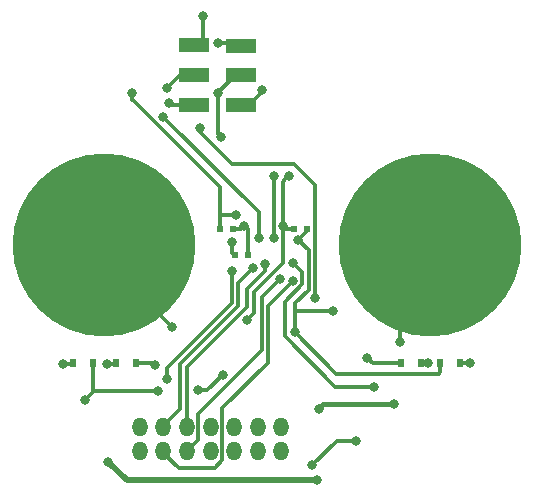
<source format=gbl>
%TF.GenerationSoftware,KiCad,Pcbnew,no-vcs-found-3ac87f6~59~ubuntu16.04.1*%
%TF.CreationDate,2017-08-31T14:12:32+03:00*%
%TF.ProjectId,livolo_2_channels_1way_eu_switch,6C69766F6C6F5F325F6368616E6E656C,rev?*%
%TF.SameCoordinates,Original*%
%TF.FileFunction,Copper,L2,Bot,Signal*%
%TF.FilePolarity,Positive*%
%FSLAX46Y46*%
G04 Gerber Fmt 4.6, Leading zero omitted, Abs format (unit mm)*
G04 Created by KiCad (PCBNEW no-vcs-found-3ac87f6~59~ubuntu16.04.1) date Thu Aug 31 14:12:32 2017*
%MOMM*%
%LPD*%
G01*
G04 APERTURE LIST*
%ADD10O,1.300000X1.600000*%
%ADD11R,2.500000X1.270000*%
%ADD12C,15.500000*%
%ADD13R,0.600000X0.500000*%
%ADD14R,0.600000X0.800000*%
%ADD15C,0.800000*%
%ADD16C,0.300000*%
%ADD17C,0.450000*%
%ADD18C,0.500000*%
G04 APERTURE END LIST*
D10*
X143650000Y-107550000D03*
X143650000Y-109550000D03*
X141650000Y-107550000D03*
X141650000Y-109550000D03*
X139650000Y-107550000D03*
X139650000Y-109550000D03*
X137650000Y-107550000D03*
X137650000Y-109550000D03*
X135650000Y-107550000D03*
X135650000Y-109550000D03*
X133650000Y-107550000D03*
X133650000Y-109550000D03*
X131650000Y-107550000D03*
X131650000Y-109550000D03*
D11*
X136250000Y-75210000D03*
X136250000Y-77750000D03*
X136250000Y-80290000D03*
X140250000Y-80290000D03*
X140250000Y-77750000D03*
X140250000Y-75250000D03*
D12*
X156250000Y-92150000D03*
X128650000Y-92150000D03*
D13*
X140800000Y-93000000D03*
X139700000Y-93000000D03*
X139550000Y-90750000D03*
X138450000Y-90750000D03*
X145800000Y-90750000D03*
X144700000Y-90750000D03*
D14*
X129650000Y-102150000D03*
X131350000Y-102150000D03*
X126000000Y-102150000D03*
X127700000Y-102150000D03*
X158800000Y-102150000D03*
X157100000Y-102150000D03*
X155450000Y-102150000D03*
X153750000Y-102150000D03*
D15*
X131000000Y-79249970D03*
X133198282Y-104505729D03*
X137000000Y-72750000D03*
X126999990Y-105250000D03*
X145092551Y-91657449D03*
X148000000Y-97700000D03*
X138671485Y-103086161D03*
X144800000Y-99500000D03*
X136600000Y-104400000D03*
X139800000Y-89550002D03*
X132984283Y-102270846D03*
X140710901Y-98476151D03*
X140500000Y-90499996D03*
X144250000Y-86250000D03*
X138250000Y-75000000D03*
X150000000Y-108669998D03*
X146250000Y-110750000D03*
X150891952Y-101651983D03*
X143802464Y-90525717D03*
X139500000Y-91900000D03*
X146800000Y-106000000D03*
X153200000Y-105600000D03*
X143000000Y-91500000D03*
X142000000Y-79000000D03*
X143000000Y-86250000D03*
X129000000Y-110500000D03*
X146650010Y-112049990D03*
X153700000Y-100300000D03*
X134400000Y-99100000D03*
X134165575Y-80085961D03*
X138500000Y-83000000D03*
X138243959Y-79256041D03*
X133973977Y-78799444D03*
X128900000Y-102200000D03*
X125194336Y-102172950D03*
X159591524Y-102115136D03*
X156099966Y-102100000D03*
X134000000Y-103500000D03*
X139449990Y-94299484D03*
X144621188Y-95174055D03*
X142250000Y-93750000D03*
X143521921Y-95008575D03*
X141249990Y-94090989D03*
X141750000Y-91499992D03*
X133649846Y-81250000D03*
X136750000Y-82250000D03*
X146449990Y-96603597D03*
X144665450Y-93634550D03*
X151500000Y-104100000D03*
D16*
X136250000Y-75210000D02*
X137000000Y-75210000D01*
X137000000Y-75210000D02*
X137000000Y-72750000D01*
X138450000Y-89500000D02*
X138450000Y-87200000D01*
X138450000Y-87200000D02*
X131065655Y-79815655D01*
X131065655Y-79815655D02*
X131000000Y-79815655D01*
X131000000Y-79815655D02*
X131000000Y-79249970D01*
X127744261Y-104505729D02*
X133198282Y-104505729D01*
X127700000Y-104549990D02*
X127744261Y-104505729D01*
X144800000Y-97048542D02*
X145949989Y-95898553D01*
X145949989Y-92514887D02*
X145092551Y-91657449D01*
X145949989Y-95898553D02*
X145949989Y-92514887D01*
X144800000Y-97700000D02*
X144800000Y-97048542D01*
X138450000Y-90750000D02*
X138450000Y-89500000D01*
X139800000Y-89550002D02*
X138500002Y-89550002D01*
X138500002Y-89550002D02*
X138450000Y-89500000D01*
X145800000Y-90750000D02*
X145800000Y-90950000D01*
X145800000Y-90950000D02*
X145092551Y-91657449D01*
X127700000Y-102150000D02*
X127700000Y-104549990D01*
X127700000Y-104549990D02*
X126999990Y-105250000D01*
X144800000Y-99500000D02*
X144800000Y-97700000D01*
X148000000Y-97700000D02*
X144800000Y-97700000D01*
X137357646Y-104400000D02*
X138671485Y-103086161D01*
X136600000Y-104400000D02*
X137357646Y-104400000D01*
X148300001Y-103000001D02*
X144800000Y-99500000D01*
X157100000Y-102850000D02*
X156949999Y-103000001D01*
X156949999Y-103000001D02*
X148300001Y-103000001D01*
X157100000Y-102150000D02*
X157100000Y-102850000D01*
X140800000Y-93000000D02*
X140800000Y-90799996D01*
X140800000Y-90799996D02*
X140500000Y-90499996D01*
X131350000Y-102150000D02*
X132863437Y-102150000D01*
X132863437Y-102150000D02*
X132984283Y-102270846D01*
X141300033Y-97887019D02*
X140710901Y-98476151D01*
X143802464Y-90525717D02*
X143802464Y-93613694D01*
X141300033Y-96116125D02*
X141300033Y-97887019D01*
X143802464Y-93613694D02*
X141300033Y-96116125D01*
X140249996Y-90750000D02*
X140500000Y-90499996D01*
X139550000Y-90750000D02*
X140249996Y-90750000D01*
X143992417Y-86553252D02*
X143992417Y-86507583D01*
X143992417Y-86507583D02*
X144250000Y-86250000D01*
X144700000Y-90750000D02*
X144026747Y-90750000D01*
X144026747Y-90750000D02*
X143802464Y-90525717D01*
X138250000Y-75000000D02*
X140000000Y-75000000D01*
X140000000Y-75000000D02*
X140250000Y-75250000D01*
X146250000Y-110750000D02*
X148330002Y-108669998D01*
X148330002Y-108669998D02*
X150000000Y-108669998D01*
X151389969Y-102150000D02*
X150891952Y-101651983D01*
X153750000Y-102150000D02*
X151389969Y-102150000D01*
X143802464Y-86743205D02*
X143992417Y-86553252D01*
X143802464Y-90525717D02*
X143802464Y-86743205D01*
X139500000Y-91900000D02*
X139500000Y-92800000D01*
X139500000Y-92800000D02*
X139700000Y-93000000D01*
D17*
X153200000Y-105600000D02*
X147200000Y-105600000D01*
X147200000Y-105600000D02*
X146800000Y-106000000D01*
D16*
X143000000Y-86250000D02*
X143000000Y-91500000D01*
X142000000Y-79155000D02*
X142000000Y-79000000D01*
X140865000Y-80290000D02*
X142000000Y-79155000D01*
X140250000Y-80290000D02*
X140865000Y-80290000D01*
D18*
X129000000Y-110500000D02*
X130549990Y-112049990D01*
X130549990Y-112049990D02*
X146650010Y-112049990D01*
D16*
X153700000Y-100300000D02*
X153700000Y-94700000D01*
X153700000Y-94700000D02*
X156250000Y-92150000D01*
X128650000Y-93350000D02*
X134400000Y-99100000D01*
X128650000Y-92150000D02*
X128650000Y-93350000D01*
X136250000Y-80290000D02*
X134369614Y-80290000D01*
X134369614Y-80290000D02*
X134165575Y-80085961D01*
X138243959Y-82743959D02*
X138500000Y-83000000D01*
X138243959Y-79256041D02*
X138243959Y-82743959D01*
X140250000Y-77750000D02*
X139750000Y-77750000D01*
X139750000Y-77750000D02*
X138243959Y-79256041D01*
X136250000Y-77750000D02*
X135023421Y-77750000D01*
X135023421Y-77750000D02*
X133973977Y-78799444D01*
X128900000Y-102200000D02*
X129600000Y-102200000D01*
X129600000Y-102200000D02*
X129650000Y-102150000D01*
X125194336Y-102172950D02*
X125977050Y-102172950D01*
X125977050Y-102172950D02*
X126000000Y-102150000D01*
X159591524Y-102115136D02*
X158834864Y-102115136D01*
X158834864Y-102115136D02*
X158800000Y-102150000D01*
X156099966Y-102100034D02*
X156099966Y-102100000D01*
X155450000Y-102150000D02*
X156050000Y-102150000D01*
X156050000Y-102150000D02*
X156099966Y-102100034D01*
X134000000Y-102500000D02*
X134000000Y-103500000D01*
X139449990Y-94299484D02*
X139449990Y-97050010D01*
X139449990Y-97050010D02*
X134000000Y-102500000D01*
X145399978Y-94369078D02*
X144665450Y-93634550D01*
X145399978Y-95455927D02*
X145399978Y-94369078D01*
X143949999Y-99852914D02*
X143949999Y-96905906D01*
X151500000Y-104100000D02*
X148197085Y-104100000D01*
X148197085Y-104100000D02*
X143949999Y-99852914D01*
X143949999Y-96905906D02*
X145399978Y-95455927D01*
X133650000Y-109550000D02*
X133650000Y-109700000D01*
X133650000Y-109700000D02*
X134950000Y-111000000D01*
X134950000Y-111000000D02*
X138000000Y-111000000D01*
X138000000Y-111000000D02*
X138650000Y-110350000D01*
X138650000Y-110350000D02*
X138650000Y-105950000D01*
X138650000Y-105950000D02*
X142500010Y-102099990D01*
X142500010Y-102099990D02*
X142500010Y-97295233D01*
X142500010Y-97295233D02*
X144621188Y-95174055D01*
X142250000Y-94315685D02*
X142250000Y-93750000D01*
X135650000Y-102405664D02*
X140700022Y-97355642D01*
X140700022Y-95865663D02*
X142250000Y-94315685D01*
X140700022Y-97355642D02*
X140700022Y-95865663D01*
X135650000Y-107550000D02*
X135650000Y-102405664D01*
X135650000Y-109550000D02*
X136600000Y-108600000D01*
X136600000Y-108600000D02*
X136600000Y-106400000D01*
X136600000Y-106400000D02*
X142000000Y-101000000D01*
X142000000Y-101000000D02*
X142000000Y-96530496D01*
X142000000Y-96530496D02*
X143521921Y-95008575D01*
X135650000Y-109550000D02*
X135700000Y-109550000D01*
X133650000Y-107550000D02*
X133650000Y-107400000D01*
X135049989Y-106000011D02*
X135049989Y-102227843D01*
X140000001Y-95340978D02*
X141249990Y-94090989D01*
X140000001Y-97277832D02*
X140000001Y-95340978D01*
X135049989Y-102227843D02*
X140000001Y-97277832D01*
X133650000Y-107400000D02*
X135049989Y-106000011D01*
X133649846Y-81250000D02*
X141750000Y-89350154D01*
X141750000Y-89350154D02*
X141750000Y-91499992D01*
X139491998Y-85250000D02*
X144750000Y-85250000D01*
X146449990Y-96603597D02*
X146449990Y-96176383D01*
X146449990Y-96176383D02*
X146500001Y-96126372D01*
X146500001Y-96126372D02*
X146500001Y-87000001D01*
X146500001Y-87000001D02*
X144750000Y-85250000D01*
X136750000Y-82250000D02*
X136750000Y-82508002D01*
X136750000Y-82508002D02*
X139491998Y-85250000D01*
X146500000Y-96553587D02*
X146449990Y-96603597D01*
M02*

</source>
